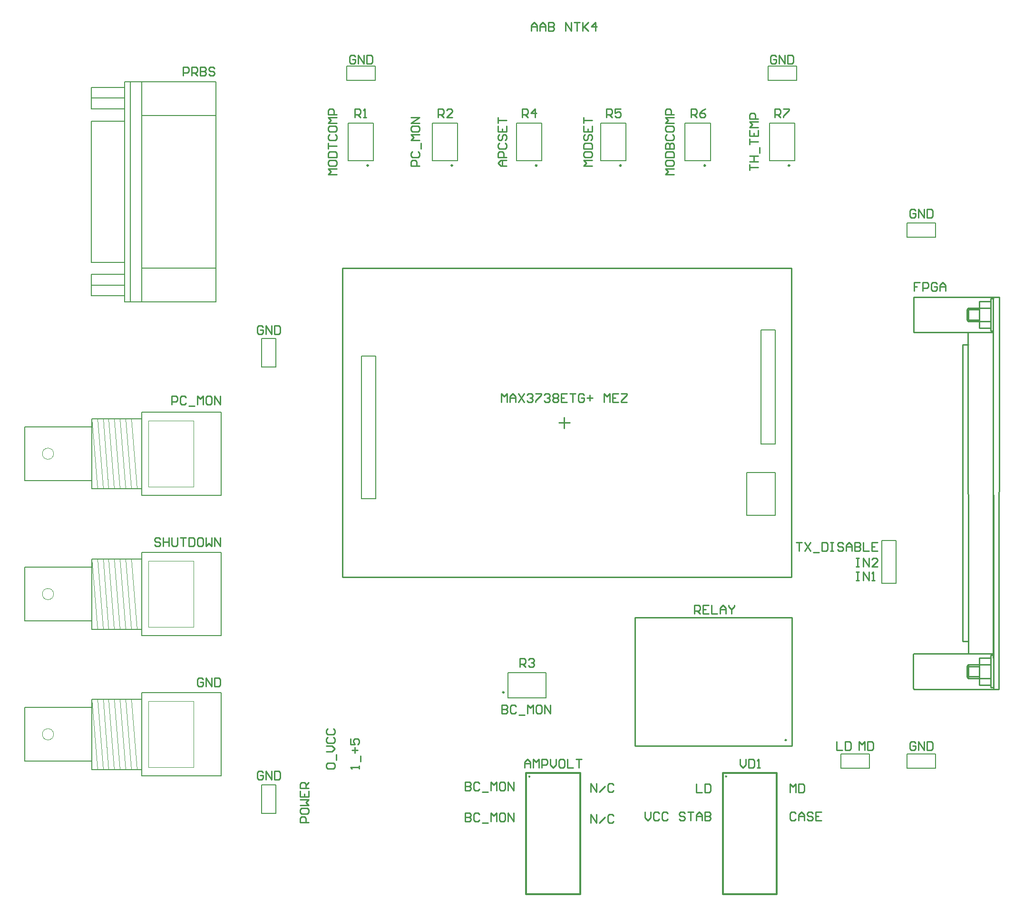
<source format=gto>
G04*
G04 #@! TF.GenerationSoftware,Altium Limited,Altium Designer,18.0.9 (584)*
G04*
G04 Layer_Color=65535*
%FSLAX44Y44*%
%MOMM*%
G71*
G01*
G75*
%ADD10C,0.3000*%
%ADD11C,0.2540*%
%ADD12C,0.0250*%
%ADD13C,0.2000*%
%ADD14C,0.1270*%
%ADD15C,0.0250*%
%ADD16C,0.2500*%
D10*
X1151000Y1208400D02*
G03*
X1151000Y1208400I-1000J0D01*
G01*
X1001000D02*
G03*
X1001000Y1208400I-1000J0D01*
G01*
X642600Y270000D02*
G03*
X642600Y270000I-1000J0D01*
G01*
X851000Y1208400D02*
G03*
X851000Y1208400I-1000J0D01*
G01*
X701000D02*
G03*
X701000Y1208400I-1000J0D01*
G01*
X551000D02*
G03*
X551000Y1208400I-1000J0D01*
G01*
X401000D02*
G03*
X401000Y1208400I-1000J0D01*
G01*
X1032380Y-89730D02*
Y126170D01*
X1128380Y-89730D02*
Y126170D01*
X1032380D02*
X1128380D01*
X1032380Y-89730D02*
X1128380D01*
X682380D02*
Y126170D01*
X778380Y-89730D02*
Y126170D01*
X682380D02*
X778380D01*
X682380Y-89730D02*
X778380D01*
D11*
X1143209Y184456D02*
G03*
X1143133Y184797I1093J422D01*
G01*
X1038834Y120288D02*
G03*
X1038834Y120288I-916J0D01*
G01*
X688834D02*
G03*
X688834Y120288I-916J0D01*
G01*
X740000Y749999D02*
X760000D01*
X750000Y739999D02*
Y759999D01*
X354848Y475447D02*
Y1025447D01*
X354848Y1025447D01*
X1154848D01*
Y475447D02*
Y1025447D01*
X354848Y475447D02*
X1154848D01*
X1155401Y174296D02*
Y402896D01*
X876001Y174296D02*
X1155401D01*
X876001D02*
Y402896D01*
X1155401D01*
X1382829Y1000235D02*
X1372672D01*
Y992617D01*
X1377750D01*
X1372672D01*
Y985000D01*
X1387907D02*
Y1000235D01*
X1395524D01*
X1398064Y997696D01*
Y992617D01*
X1395524Y990078D01*
X1387907D01*
X1413299Y997696D02*
X1410760Y1000235D01*
X1405681D01*
X1403142Y997696D01*
Y987539D01*
X1405681Y985000D01*
X1410760D01*
X1413299Y987539D01*
Y992617D01*
X1408220D01*
X1418377Y985000D02*
Y995157D01*
X1423455Y1000235D01*
X1428534Y995157D01*
Y985000D01*
Y992617D01*
X1418377D01*
X71750Y1368762D02*
Y1383997D01*
X79367D01*
X81907Y1381458D01*
Y1376380D01*
X79367Y1373841D01*
X71750D01*
X86985Y1368762D02*
Y1383997D01*
X94603D01*
X97142Y1381458D01*
Y1376380D01*
X94603Y1373841D01*
X86985D01*
X92063D02*
X97142Y1368762D01*
X102220Y1383997D02*
Y1368762D01*
X109838D01*
X112377Y1371302D01*
Y1373841D01*
X109838Y1376380D01*
X102220D01*
X109838D01*
X112377Y1378919D01*
Y1381458D01*
X109838Y1383997D01*
X102220D01*
X127612Y1381458D02*
X125073Y1383997D01*
X119994D01*
X117455Y1381458D01*
Y1378919D01*
X119994Y1376380D01*
X125073D01*
X127612Y1373841D01*
Y1371302D01*
X125073Y1368762D01*
X119994D01*
X117455Y1371302D01*
X1127240Y1402196D02*
X1124701Y1404735D01*
X1119622D01*
X1117083Y1402196D01*
Y1392039D01*
X1119622Y1389500D01*
X1124701D01*
X1127240Y1392039D01*
Y1397118D01*
X1122161D01*
X1132318Y1389500D02*
Y1404735D01*
X1142475Y1389500D01*
Y1404735D01*
X1147553D02*
Y1389500D01*
X1155171D01*
X1157710Y1392039D01*
Y1402196D01*
X1155171Y1404735D01*
X1147553D01*
X377740Y1402196D02*
X375201Y1404735D01*
X370122D01*
X367583Y1402196D01*
Y1392039D01*
X370122Y1389500D01*
X375201D01*
X377740Y1392039D01*
Y1397118D01*
X372662D01*
X382818Y1389500D02*
Y1404735D01*
X392975Y1389500D01*
Y1404735D01*
X398053D02*
Y1389500D01*
X405671D01*
X408210Y1392039D01*
Y1402196D01*
X405671Y1404735D01*
X398053D01*
X1375426Y179946D02*
X1372887Y182485D01*
X1367809D01*
X1365269Y179946D01*
Y169789D01*
X1367809Y167250D01*
X1372887D01*
X1375426Y169789D01*
Y174868D01*
X1370348D01*
X1380505Y167250D02*
Y182485D01*
X1390661Y167250D01*
Y182485D01*
X1395740D02*
Y167250D01*
X1403357D01*
X1405896Y169789D01*
Y179946D01*
X1403357Y182485D01*
X1395740D01*
X1375426Y1127696D02*
X1372887Y1130235D01*
X1367809D01*
X1365269Y1127696D01*
Y1117539D01*
X1367809Y1115000D01*
X1372887D01*
X1375426Y1117539D01*
Y1122618D01*
X1370348D01*
X1380505Y1115000D02*
Y1130235D01*
X1390661Y1115000D01*
Y1130235D01*
X1395740D02*
Y1115000D01*
X1403357D01*
X1405896Y1117539D01*
Y1127696D01*
X1403357Y1130235D01*
X1395740D01*
X213990Y920696D02*
X211451Y923235D01*
X206372D01*
X203833Y920696D01*
Y910539D01*
X206372Y908000D01*
X211451D01*
X213990Y910539D01*
Y915618D01*
X208911D01*
X219068Y908000D02*
Y923235D01*
X229225Y908000D01*
Y923235D01*
X234303D02*
Y908000D01*
X241921D01*
X244460Y910539D01*
Y920696D01*
X241921Y923235D01*
X234303D01*
X213990Y126946D02*
X211451Y129485D01*
X206372D01*
X203833Y126946D01*
Y116789D01*
X206372Y114250D01*
X211451D01*
X213990Y116789D01*
Y121868D01*
X208911D01*
X219068Y114250D02*
Y129485D01*
X229225Y114250D01*
Y129485D01*
X234303D02*
Y114250D01*
X241921D01*
X244460Y116789D01*
Y126946D01*
X241921Y129485D01*
X234303D01*
X1274910Y167250D02*
Y182485D01*
X1279989Y177407D01*
X1285067Y182485D01*
Y167250D01*
X1290146Y182485D02*
Y167250D01*
X1297763D01*
X1300302Y169789D01*
Y179946D01*
X1297763Y182485D01*
X1290146D01*
X1234910D02*
Y167250D01*
X1245067D01*
X1250145Y182485D02*
Y167250D01*
X1257763D01*
X1260302Y169789D01*
Y179946D01*
X1257763Y182485D01*
X1250145D01*
X1163000Y536735D02*
X1173157D01*
X1168078D01*
Y521500D01*
X1178235Y536735D02*
X1188392Y521500D01*
Y536735D02*
X1178235Y521500D01*
X1193470Y518961D02*
X1203627D01*
X1208705Y536735D02*
Y521500D01*
X1216323D01*
X1218862Y524039D01*
Y534196D01*
X1216323Y536735D01*
X1208705D01*
X1223940D02*
X1229019D01*
X1226479D01*
Y521500D01*
X1223940D01*
X1229019D01*
X1246793Y534196D02*
X1244254Y536735D01*
X1239175D01*
X1236636Y534196D01*
Y531657D01*
X1239175Y529118D01*
X1244254D01*
X1246793Y526578D01*
Y524039D01*
X1244254Y521500D01*
X1239175D01*
X1236636Y524039D01*
X1251871Y521500D02*
Y531657D01*
X1256950Y536735D01*
X1262028Y531657D01*
Y521500D01*
Y529118D01*
X1251871D01*
X1267106Y536735D02*
Y521500D01*
X1274724D01*
X1277263Y524039D01*
Y526578D01*
X1274724Y529118D01*
X1267106D01*
X1274724D01*
X1277263Y531657D01*
Y534196D01*
X1274724Y536735D01*
X1267106D01*
X1282341D02*
Y521500D01*
X1292498D01*
X1307733Y536735D02*
X1297576D01*
Y521500D01*
X1307733D01*
X1297576Y529118D02*
X1302655D01*
X1269645Y509216D02*
X1274724D01*
X1272185D01*
Y493980D01*
X1269645D01*
X1274724D01*
X1282341D02*
Y509216D01*
X1292498Y493980D01*
Y509216D01*
X1307733Y493980D02*
X1297576D01*
X1307733Y504137D01*
Y506676D01*
X1305194Y509216D01*
X1300116D01*
X1297576Y506676D01*
X1269645Y484235D02*
X1274724D01*
X1272185D01*
Y469000D01*
X1269645D01*
X1274724D01*
X1282341D02*
Y484235D01*
X1292498Y469000D01*
Y484235D01*
X1297576Y469000D02*
X1302655D01*
X1300116D01*
Y484235D01*
X1297576Y481696D01*
X691617Y1448000D02*
Y1458157D01*
X696695Y1463235D01*
X701774Y1458157D01*
Y1448000D01*
Y1455618D01*
X691617D01*
X706852Y1448000D02*
Y1458157D01*
X711930Y1463235D01*
X717009Y1458157D01*
Y1448000D01*
Y1455618D01*
X706852D01*
X722087Y1463235D02*
Y1448000D01*
X729705D01*
X732244Y1450539D01*
Y1453078D01*
X729705Y1455618D01*
X722087D01*
X729705D01*
X732244Y1458157D01*
Y1460696D01*
X729705Y1463235D01*
X722087D01*
X752557Y1448000D02*
Y1463235D01*
X762714Y1448000D01*
Y1463235D01*
X767792D02*
X777949D01*
X772870D01*
Y1448000D01*
X783027Y1463235D02*
Y1448000D01*
Y1453078D01*
X793184Y1463235D01*
X785566Y1455618D01*
X793184Y1448000D01*
X805880D02*
Y1463235D01*
X798262Y1455618D01*
X808419D01*
X106990Y292946D02*
X104451Y295485D01*
X99372D01*
X96833Y292946D01*
Y282789D01*
X99372Y280250D01*
X104451D01*
X106990Y282789D01*
Y287868D01*
X101911D01*
X112068Y280250D02*
Y295485D01*
X122225Y280250D01*
Y295485D01*
X127303D02*
Y280250D01*
X134921D01*
X137460Y282789D01*
Y292946D01*
X134921Y295485D01*
X127303D01*
X30814Y542696D02*
X28275Y545235D01*
X23197D01*
X20658Y542696D01*
Y540157D01*
X23197Y537617D01*
X28275D01*
X30814Y535078D01*
Y532539D01*
X28275Y530000D01*
X23197D01*
X20658Y532539D01*
X35893Y545235D02*
Y530000D01*
Y537617D01*
X46050D01*
Y545235D01*
Y530000D01*
X51128Y545235D02*
Y532539D01*
X53667Y530000D01*
X58745D01*
X61285Y532539D01*
Y545235D01*
X66363D02*
X76520D01*
X71441D01*
Y530000D01*
X81598Y545235D02*
Y530000D01*
X89216D01*
X91755Y532539D01*
Y542696D01*
X89216Y545235D01*
X81598D01*
X104451D02*
X99372D01*
X96833Y542696D01*
Y532539D01*
X99372Y530000D01*
X104451D01*
X106990Y532539D01*
Y542696D01*
X104451Y545235D01*
X112068D02*
Y530000D01*
X117147Y535078D01*
X122225Y530000D01*
Y545235D01*
X127303Y530000D02*
Y545235D01*
X137460Y530000D01*
Y545235D01*
X51128Y782500D02*
Y797735D01*
X58745D01*
X61285Y795196D01*
Y790117D01*
X58745Y787578D01*
X51128D01*
X76520Y795196D02*
X73980Y797735D01*
X68902D01*
X66363Y795196D01*
Y785039D01*
X68902Y782500D01*
X73980D01*
X76520Y785039D01*
X81598Y779961D02*
X91755D01*
X96833Y782500D02*
Y797735D01*
X101911Y792657D01*
X106990Y797735D01*
Y782500D01*
X119686Y797735D02*
X114607D01*
X112068Y795196D01*
Y785039D01*
X114607Y782500D01*
X119686D01*
X122225Y785039D01*
Y795196D01*
X119686Y797735D01*
X127303Y782500D02*
Y797735D01*
X137460Y782500D01*
Y797735D01*
X638500Y247235D02*
Y232000D01*
X646117D01*
X648657Y234539D01*
Y237078D01*
X646117Y239618D01*
X638500D01*
X646117D01*
X648657Y242157D01*
Y244696D01*
X646117Y247235D01*
X638500D01*
X663892Y244696D02*
X661353Y247235D01*
X656274D01*
X653735Y244696D01*
Y234539D01*
X656274Y232000D01*
X661353D01*
X663892Y234539D01*
X668970Y229461D02*
X679127D01*
X684205Y232000D02*
Y247235D01*
X689284Y242157D01*
X694362Y247235D01*
Y232000D01*
X707058Y247235D02*
X701980D01*
X699440Y244696D01*
Y234539D01*
X701980Y232000D01*
X707058D01*
X709597Y234539D01*
Y244696D01*
X707058Y247235D01*
X714675Y232000D02*
Y247235D01*
X724832Y232000D01*
Y247235D01*
X1079765Y1199616D02*
Y1209773D01*
Y1204695D01*
X1095000D01*
X1079765Y1214852D02*
X1095000D01*
X1087383D01*
Y1225008D01*
X1079765D01*
X1095000D01*
X1097539Y1230087D02*
Y1240243D01*
X1079765Y1245322D02*
Y1255478D01*
Y1250400D01*
X1095000D01*
X1079765Y1270713D02*
Y1260557D01*
X1095000D01*
Y1270713D01*
X1087383Y1260557D02*
Y1265635D01*
X1095000Y1275792D02*
X1079765D01*
X1084843Y1280870D01*
X1079765Y1285948D01*
X1095000D01*
Y1291027D02*
X1079765D01*
Y1298644D01*
X1082304Y1301184D01*
X1087383D01*
X1089922Y1298644D01*
Y1291027D01*
X945000Y1191999D02*
X929765D01*
X934843Y1197077D01*
X929765Y1202156D01*
X945000D01*
X929765Y1214852D02*
Y1209773D01*
X932304Y1207234D01*
X942461D01*
X945000Y1209773D01*
Y1214852D01*
X942461Y1217391D01*
X932304D01*
X929765Y1214852D01*
Y1222469D02*
X945000D01*
Y1230087D01*
X942461Y1232626D01*
X932304D01*
X929765Y1230087D01*
Y1222469D01*
Y1237704D02*
X945000D01*
Y1245322D01*
X942461Y1247861D01*
X939922D01*
X937383Y1245322D01*
Y1237704D01*
Y1245322D01*
X934843Y1247861D01*
X932304D01*
X929765Y1245322D01*
Y1237704D01*
X932304Y1263096D02*
X929765Y1260557D01*
Y1255478D01*
X932304Y1252939D01*
X942461D01*
X945000Y1255478D01*
Y1260557D01*
X942461Y1263096D01*
X929765Y1275792D02*
Y1270713D01*
X932304Y1268174D01*
X942461D01*
X945000Y1270713D01*
Y1275792D01*
X942461Y1278331D01*
X932304D01*
X929765Y1275792D01*
X945000Y1283409D02*
X929765D01*
X934843Y1288488D01*
X929765Y1293566D01*
X945000D01*
Y1298644D02*
X929765D01*
Y1306262D01*
X932304Y1308801D01*
X937383D01*
X939922Y1306262D01*
Y1298644D01*
X800000Y1207234D02*
X784765D01*
X789843Y1212312D01*
X784765Y1217391D01*
X800000D01*
X784765Y1230087D02*
Y1225008D01*
X787304Y1222469D01*
X797461D01*
X800000Y1225008D01*
Y1230087D01*
X797461Y1232626D01*
X787304D01*
X784765Y1230087D01*
Y1237704D02*
X800000D01*
Y1245322D01*
X797461Y1247861D01*
X787304D01*
X784765Y1245322D01*
Y1237704D01*
X787304Y1263096D02*
X784765Y1260557D01*
Y1255478D01*
X787304Y1252939D01*
X789843D01*
X792383Y1255478D01*
Y1260557D01*
X794922Y1263096D01*
X797461D01*
X800000Y1260557D01*
Y1255478D01*
X797461Y1252939D01*
X784765Y1278331D02*
Y1268174D01*
X800000D01*
Y1278331D01*
X792383Y1268174D02*
Y1273253D01*
X784765Y1283409D02*
Y1293566D01*
Y1288488D01*
X800000D01*
X647500Y1207234D02*
X637343D01*
X632265Y1212312D01*
X637343Y1217391D01*
X647500D01*
X639883D01*
Y1207234D01*
X647500Y1222469D02*
X632265D01*
Y1230087D01*
X634804Y1232626D01*
X639883D01*
X642422Y1230087D01*
Y1222469D01*
X634804Y1247861D02*
X632265Y1245322D01*
Y1240243D01*
X634804Y1237704D01*
X644961D01*
X647500Y1240243D01*
Y1245322D01*
X644961Y1247861D01*
X634804Y1263096D02*
X632265Y1260557D01*
Y1255478D01*
X634804Y1252939D01*
X637343D01*
X639883Y1255478D01*
Y1260557D01*
X642422Y1263096D01*
X644961D01*
X647500Y1260557D01*
Y1255478D01*
X644961Y1252939D01*
X632265Y1278331D02*
Y1268174D01*
X647500D01*
Y1278331D01*
X639883Y1268174D02*
Y1273253D01*
X632265Y1283409D02*
Y1293566D01*
Y1288488D01*
X647500D01*
X345000Y1191999D02*
X329765D01*
X334843Y1197077D01*
X329765Y1202156D01*
X345000D01*
X329765Y1214852D02*
Y1209773D01*
X332304Y1207234D01*
X342461D01*
X345000Y1209773D01*
Y1214852D01*
X342461Y1217391D01*
X332304D01*
X329765Y1214852D01*
Y1222469D02*
X345000D01*
Y1230087D01*
X342461Y1232626D01*
X332304D01*
X329765Y1230087D01*
Y1222469D01*
Y1237704D02*
Y1247861D01*
Y1242783D01*
X345000D01*
X332304Y1263096D02*
X329765Y1260557D01*
Y1255478D01*
X332304Y1252939D01*
X342461D01*
X345000Y1255478D01*
Y1260557D01*
X342461Y1263096D01*
X329765Y1275792D02*
Y1270713D01*
X332304Y1268174D01*
X342461D01*
X345000Y1270713D01*
Y1275792D01*
X342461Y1278331D01*
X332304D01*
X329765Y1275792D01*
X345000Y1283409D02*
X329765D01*
X334843Y1288488D01*
X329765Y1293566D01*
X345000D01*
Y1298644D02*
X329765D01*
Y1306262D01*
X332304Y1308801D01*
X337383D01*
X339922Y1306262D01*
Y1298644D01*
X492500Y1207234D02*
X477265D01*
Y1214852D01*
X479804Y1217391D01*
X484883D01*
X487422Y1214852D01*
Y1207234D01*
X479804Y1232626D02*
X477265Y1230087D01*
Y1225008D01*
X479804Y1222469D01*
X489961D01*
X492500Y1225008D01*
Y1230087D01*
X489961Y1232626D01*
X495039Y1237704D02*
Y1247861D01*
X492500Y1252939D02*
X477265D01*
X482343Y1258018D01*
X477265Y1263096D01*
X492500D01*
X477265Y1275792D02*
Y1270713D01*
X479804Y1268174D01*
X489961D01*
X492500Y1270713D01*
Y1275792D01*
X489961Y1278331D01*
X479804D01*
X477265Y1275792D01*
X492500Y1283409D02*
X477265D01*
X492500Y1293566D01*
X477265D01*
X384400Y134000D02*
Y139078D01*
Y136539D01*
X369165D01*
X371704Y134000D01*
X386939Y146696D02*
Y156853D01*
X376782Y161931D02*
Y172088D01*
X371704Y167009D02*
X381861D01*
X369165Y187323D02*
Y177166D01*
X376782D01*
X374243Y182244D01*
Y184784D01*
X376782Y187323D01*
X381861D01*
X384400Y184784D01*
Y179705D01*
X381861Y177166D01*
X328704Y134000D02*
X326165Y136539D01*
Y141617D01*
X328704Y144157D01*
X338861D01*
X341400Y141617D01*
Y136539D01*
X338861Y134000D01*
X328704D01*
X343939Y149235D02*
Y159392D01*
X326165Y164470D02*
X336322D01*
X341400Y169548D01*
X336322Y174627D01*
X326165D01*
X328704Y189862D02*
X326165Y187323D01*
Y182244D01*
X328704Y179705D01*
X338861D01*
X341400Y182244D01*
Y187323D01*
X338861Y189862D01*
X328704Y205097D02*
X326165Y202558D01*
Y197479D01*
X328704Y194940D01*
X338861D01*
X341400Y197479D01*
Y202558D01*
X338861Y205097D01*
X797000Y37461D02*
Y52696D01*
X807157Y37461D01*
Y52696D01*
X812235Y37461D02*
X822392Y47618D01*
X837627Y50157D02*
X835088Y52696D01*
X830009D01*
X827470Y50157D01*
Y40000D01*
X830009Y37461D01*
X835088D01*
X837627Y40000D01*
X797000Y92461D02*
Y107696D01*
X807157Y92461D01*
Y107696D01*
X812235Y92461D02*
X822392Y102618D01*
X837627Y105157D02*
X835088Y107696D01*
X830009D01*
X827470Y105157D01*
Y95000D01*
X830009Y92461D01*
X835088D01*
X837627Y95000D01*
X574000Y110235D02*
Y95000D01*
X581618D01*
X584157Y97539D01*
Y100078D01*
X581618Y102618D01*
X574000D01*
X581618D01*
X584157Y105157D01*
Y107696D01*
X581618Y110235D01*
X574000D01*
X599392Y107696D02*
X596853Y110235D01*
X591774D01*
X589235Y107696D01*
Y97539D01*
X591774Y95000D01*
X596853D01*
X599392Y97539D01*
X604470Y92461D02*
X614627D01*
X619705Y95000D02*
Y110235D01*
X624784Y105157D01*
X629862Y110235D01*
Y95000D01*
X642558Y110235D02*
X637480D01*
X634940Y107696D01*
Y97539D01*
X637480Y95000D01*
X642558D01*
X645097Y97539D01*
Y107696D01*
X642558Y110235D01*
X650175Y95000D02*
Y110235D01*
X660332Y95000D01*
Y110235D01*
X574000Y55235D02*
Y40000D01*
X581618D01*
X584157Y42539D01*
Y45078D01*
X581618Y47618D01*
X574000D01*
X581618D01*
X584157Y50157D01*
Y52696D01*
X581618Y55235D01*
X574000D01*
X599392Y52696D02*
X596853Y55235D01*
X591774D01*
X589235Y52696D01*
Y42539D01*
X591774Y40000D01*
X596853D01*
X599392Y42539D01*
X604470Y37461D02*
X614627D01*
X619705Y40000D02*
Y55235D01*
X624784Y50157D01*
X629862Y55235D01*
Y40000D01*
X642558Y55235D02*
X637480D01*
X634940Y52696D01*
Y42539D01*
X637480Y40000D01*
X642558D01*
X645097Y42539D01*
Y52696D01*
X642558Y55235D01*
X650175Y40000D02*
Y55235D01*
X660332Y40000D01*
Y55235D01*
X1162157Y54696D02*
X1159617Y57235D01*
X1154539D01*
X1152000Y54696D01*
Y44539D01*
X1154539Y42000D01*
X1159617D01*
X1162157Y44539D01*
X1167235Y42000D02*
Y52157D01*
X1172313Y57235D01*
X1177392Y52157D01*
Y42000D01*
Y49618D01*
X1167235D01*
X1192627Y54696D02*
X1190088Y57235D01*
X1185009D01*
X1182470Y54696D01*
Y52157D01*
X1185009Y49618D01*
X1190088D01*
X1192627Y47078D01*
Y44539D01*
X1190088Y42000D01*
X1185009D01*
X1182470Y44539D01*
X1207862Y57235D02*
X1197705D01*
Y42000D01*
X1207862D01*
X1197705Y49618D02*
X1202784D01*
X1152000Y92000D02*
Y107235D01*
X1157078Y102157D01*
X1162157Y107235D01*
Y92000D01*
X1167235Y107235D02*
Y92000D01*
X1174853D01*
X1177392Y94539D01*
Y104696D01*
X1174853Y107235D01*
X1167235D01*
X894000Y57235D02*
Y47078D01*
X899078Y42000D01*
X904157Y47078D01*
Y57235D01*
X919392Y54696D02*
X916853Y57235D01*
X911774D01*
X909235Y54696D01*
Y44539D01*
X911774Y42000D01*
X916853D01*
X919392Y44539D01*
X934627Y54696D02*
X932088Y57235D01*
X927009D01*
X924470Y54696D01*
Y44539D01*
X927009Y42000D01*
X932088D01*
X934627Y44539D01*
X965097Y54696D02*
X962558Y57235D01*
X957479D01*
X954940Y54696D01*
Y52157D01*
X957479Y49618D01*
X962558D01*
X965097Y47078D01*
Y44539D01*
X962558Y42000D01*
X957479D01*
X954940Y44539D01*
X970175Y57235D02*
X980332D01*
X975254D01*
Y42000D01*
X985410D02*
Y52157D01*
X990489Y57235D01*
X995567Y52157D01*
Y42000D01*
Y49618D01*
X985410D01*
X1000646Y57235D02*
Y42000D01*
X1008263D01*
X1010802Y44539D01*
Y47078D01*
X1008263Y49618D01*
X1000646D01*
X1008263D01*
X1010802Y52157D01*
Y54696D01*
X1008263Y57235D01*
X1000646D01*
X985410Y107235D02*
Y92000D01*
X995567D01*
X1000646Y107235D02*
Y92000D01*
X1008263D01*
X1010802Y94539D01*
Y104696D01*
X1008263Y107235D01*
X1000646D01*
X638294Y787044D02*
Y802279D01*
X643372Y797201D01*
X648451Y802279D01*
Y787044D01*
X653529D02*
Y797201D01*
X658607Y802279D01*
X663686Y797201D01*
Y787044D01*
Y794661D01*
X653529D01*
X668764Y802279D02*
X678921Y787044D01*
Y802279D02*
X668764Y787044D01*
X683999Y799740D02*
X686538Y802279D01*
X691617D01*
X694156Y799740D01*
Y797201D01*
X691617Y794661D01*
X689078D01*
X691617D01*
X694156Y792122D01*
Y789583D01*
X691617Y787044D01*
X686538D01*
X683999Y789583D01*
X699234Y802279D02*
X709391D01*
Y799740D01*
X699234Y789583D01*
Y787044D01*
X714469Y799740D02*
X717009Y802279D01*
X722087D01*
X724626Y799740D01*
Y797201D01*
X722087Y794661D01*
X719548D01*
X722087D01*
X724626Y792122D01*
Y789583D01*
X722087Y787044D01*
X717009D01*
X714469Y789583D01*
X729705Y799740D02*
X732244Y802279D01*
X737322D01*
X739861Y799740D01*
Y797201D01*
X737322Y794661D01*
X739861Y792122D01*
Y789583D01*
X737322Y787044D01*
X732244D01*
X729705Y789583D01*
Y792122D01*
X732244Y794661D01*
X729705Y797201D01*
Y799740D01*
X732244Y794661D02*
X737322D01*
X755096Y802279D02*
X744939D01*
Y787044D01*
X755096D01*
X744939Y794661D02*
X750018D01*
X760175Y802279D02*
X770331D01*
X765253D01*
Y787044D01*
X785566Y799740D02*
X783027Y802279D01*
X777949D01*
X775410Y799740D01*
Y789583D01*
X777949Y787044D01*
X783027D01*
X785566Y789583D01*
Y794661D01*
X780488D01*
X790645D02*
X800801D01*
X795723Y799740D02*
Y789583D01*
X821115Y787044D02*
Y802279D01*
X826193Y797201D01*
X831272Y802279D01*
Y787044D01*
X846507Y802279D02*
X836350D01*
Y787044D01*
X846507D01*
X836350Y794661D02*
X841428D01*
X851585Y802279D02*
X861742D01*
Y799740D01*
X851585Y789583D01*
Y787044D01*
X861742D01*
X982002Y410050D02*
Y425285D01*
X989620D01*
X992159Y422746D01*
Y417668D01*
X989620Y415128D01*
X982002D01*
X987080D02*
X992159Y410050D01*
X1007394Y425285D02*
X997237D01*
Y410050D01*
X1007394D01*
X997237Y417668D02*
X1002315D01*
X1012472Y425285D02*
Y410050D01*
X1022629D01*
X1027707D02*
Y420207D01*
X1032785Y425285D01*
X1037864Y420207D01*
Y410050D01*
Y417668D01*
X1027707D01*
X1042942Y425285D02*
Y422746D01*
X1048021Y417668D01*
X1053099Y422746D01*
Y425285D01*
X1048021Y417668D02*
Y410050D01*
X295324Y38520D02*
X280089D01*
Y46137D01*
X282628Y48677D01*
X287707D01*
X290246Y46137D01*
Y38520D01*
X280089Y61373D02*
Y56294D01*
X282628Y53755D01*
X292785D01*
X295324Y56294D01*
Y61373D01*
X292785Y63912D01*
X282628D01*
X280089Y61373D01*
Y68990D02*
X295324D01*
X290246Y74068D01*
X295324Y79147D01*
X280089D01*
Y94382D02*
Y84225D01*
X295324D01*
Y94382D01*
X287707Y84225D02*
Y89304D01*
X295324Y99460D02*
X280089D01*
Y107078D01*
X282628Y109617D01*
X287707D01*
X290246Y107078D01*
Y99460D01*
Y104539D02*
X295324Y109617D01*
X679450Y135890D02*
Y146047D01*
X684528Y151125D01*
X689607Y146047D01*
Y135890D01*
Y143507D01*
X679450D01*
X694685Y135890D02*
Y151125D01*
X699763Y146047D01*
X704842Y151125D01*
Y135890D01*
X709920D02*
Y151125D01*
X717538D01*
X720077Y148586D01*
Y143507D01*
X717538Y140968D01*
X709920D01*
X725155Y151125D02*
Y140968D01*
X730234Y135890D01*
X735312Y140968D01*
Y151125D01*
X748008D02*
X742930D01*
X740390Y148586D01*
Y138429D01*
X742930Y135890D01*
X748008D01*
X750547Y138429D01*
Y148586D01*
X748008Y151125D01*
X755625D02*
Y135890D01*
X765782D01*
X770860Y151125D02*
X781017D01*
X775939D01*
Y135890D01*
X1062973Y150636D02*
Y140479D01*
X1068051Y135401D01*
X1073130Y140479D01*
Y150636D01*
X1078208D02*
Y135401D01*
X1085826D01*
X1088365Y137940D01*
Y148097D01*
X1085826Y150636D01*
X1078208D01*
X1093443Y135401D02*
X1098522D01*
X1095982D01*
Y150636D01*
X1093443Y148097D01*
X1124821Y1294215D02*
Y1309450D01*
X1132439D01*
X1134978Y1306911D01*
Y1301833D01*
X1132439Y1299293D01*
X1124821D01*
X1129899D02*
X1134978Y1294215D01*
X1140056Y1309450D02*
X1150213D01*
Y1306911D01*
X1140056Y1296754D01*
Y1294215D01*
X975444D02*
Y1309450D01*
X983062D01*
X985601Y1306911D01*
Y1301833D01*
X983062Y1299293D01*
X975444D01*
X980522D02*
X985601Y1294215D01*
X1000836Y1309450D02*
X995757Y1306911D01*
X990679Y1301833D01*
Y1296754D01*
X993218Y1294215D01*
X998297D01*
X1000836Y1296754D01*
Y1299293D01*
X998297Y1301833D01*
X990679D01*
X824821Y1294215D02*
Y1309450D01*
X832439D01*
X834978Y1306911D01*
Y1301833D01*
X832439Y1299293D01*
X824821D01*
X829899D02*
X834978Y1294215D01*
X850213Y1309450D02*
X840056D01*
Y1301833D01*
X845135Y1304372D01*
X847674D01*
X850213Y1301833D01*
Y1296754D01*
X847674Y1294215D01*
X842595D01*
X840056Y1296754D01*
X675071Y1294215D02*
Y1309450D01*
X682689D01*
X685228Y1306911D01*
Y1301833D01*
X682689Y1299293D01*
X675071D01*
X680149D02*
X685228Y1294215D01*
X697924D02*
Y1309450D01*
X690306Y1301833D01*
X700463D01*
X671056Y315338D02*
Y330573D01*
X678673D01*
X681213Y328034D01*
Y322956D01*
X678673Y320416D01*
X671056D01*
X676134D02*
X681213Y315338D01*
X686291Y328034D02*
X688830Y330573D01*
X693908D01*
X696448Y328034D01*
Y325495D01*
X693908Y322956D01*
X691369D01*
X693908D01*
X696448Y320416D01*
Y317877D01*
X693908Y315338D01*
X688830D01*
X686291Y317877D01*
X525294Y1294215D02*
Y1309450D01*
X532911D01*
X535451Y1306911D01*
Y1301833D01*
X532911Y1299293D01*
X525294D01*
X530372D02*
X535451Y1294215D01*
X550686D02*
X540529D01*
X550686Y1304372D01*
Y1306911D01*
X548147Y1309450D01*
X543068D01*
X540529Y1306911D01*
X377321Y1294215D02*
Y1309450D01*
X384939D01*
X387478Y1306911D01*
Y1301833D01*
X384939Y1299293D01*
X377321D01*
X382399D02*
X387478Y1294215D01*
X392556D02*
X397635D01*
X395095D01*
Y1309450D01*
X392556Y1306911D01*
D12*
X-159000Y195250D02*
G03*
X-159000Y195250I-10000J0D01*
G01*
X-159000Y445000D02*
G03*
X-159000Y445000I-10000J0D01*
G01*
Y695000D02*
G03*
X-159000Y695000I-10000J0D01*
G01*
X10000Y136250D02*
Y254250D01*
X-21000Y257750D02*
X-11000Y132750D01*
X-31000Y257750D02*
X-21000Y132750D01*
X-41000Y257750D02*
X-31000Y132750D01*
X-51000Y257750D02*
X-41000Y132750D01*
X-61000Y257750D02*
X-51000Y132750D01*
X-71000Y257750D02*
X-61000Y132750D01*
X-81000Y257750D02*
X-71000Y132750D01*
X-91000Y257750D02*
X-81000Y132750D01*
X10000Y386000D02*
Y504000D01*
X-21000Y507500D02*
X-11000Y382500D01*
X-31000Y507500D02*
X-21000Y382500D01*
X-41000Y507500D02*
X-31000Y382500D01*
X-51000Y507500D02*
X-41000Y382500D01*
X-61000Y507500D02*
X-51000Y382500D01*
X-71000Y507500D02*
X-61000Y382500D01*
X-81000Y507500D02*
X-71000Y382500D01*
X-91000Y507500D02*
X-81000Y382500D01*
X-91000Y757500D02*
X-81000Y632500D01*
Y757500D02*
X-71000Y632500D01*
Y757500D02*
X-61000Y632500D01*
Y757500D02*
X-51000Y632500D01*
Y757500D02*
X-41000Y632500D01*
Y757500D02*
X-31000Y632500D01*
Y757500D02*
X-21000Y632500D01*
Y757500D02*
X-11000Y632500D01*
X10000Y636000D02*
Y754000D01*
D13*
X1112636Y1360398D02*
Y1385798D01*
X1163436D01*
Y1360398D02*
Y1385798D01*
X1112636Y1360398D02*
X1163436D01*
X362636D02*
Y1385798D01*
X413436D01*
Y1360398D02*
Y1385798D01*
X362636Y1360398D02*
X413436D01*
X211393Y899864D02*
X236793D01*
Y849064D02*
Y899864D01*
X211393Y849064D02*
X236793D01*
X211393D02*
Y899864D01*
X1360136Y1080391D02*
Y1105791D01*
X1410936D01*
Y1080391D02*
Y1105791D01*
X1360136Y1080391D02*
X1410936D01*
X211393Y104864D02*
X236793D01*
Y54064D02*
Y104864D01*
X211393Y54064D02*
X236793D01*
X211393D02*
Y104864D01*
X1360136Y134804D02*
Y160204D01*
X1410936D01*
Y134804D02*
Y160204D01*
X1360136Y134804D02*
X1410936D01*
X1125238Y585087D02*
Y661287D01*
X1074438Y585087D02*
X1125238D01*
X1074438D02*
Y661287D01*
X1125238D01*
X1099848Y712617D02*
Y915817D01*
Y712617D02*
X1125248D01*
Y915817D01*
X1099848D02*
X1125248D01*
X414518Y615277D02*
Y850227D01*
Y869277D01*
X389118D02*
X414518D01*
X389118Y615277D02*
Y869277D01*
Y615277D02*
X414518D01*
X1293099Y134804D02*
Y160204D01*
X1242299Y134804D02*
X1293099D01*
X1242299D02*
Y160204D01*
X1293099D01*
X-91631Y1287580D02*
X-32631D01*
X-91631Y1035580D02*
Y1287580D01*
Y1035580D02*
X-32631D01*
X-2151Y1297580D02*
X129929D01*
X-2151Y1025580D02*
X129929D01*
X-2151Y965580D02*
Y1357580D01*
X-22471Y965580D02*
Y1357580D01*
X-32631Y965580D02*
Y1357580D01*
X129929D01*
X-32631Y965580D02*
X129929D01*
Y1357580D01*
X-91631Y1328408D02*
Y1347408D01*
X-32631D01*
X-91631Y1309408D02*
X-32631D01*
X-91631D02*
Y1328408D01*
X-32631D01*
X-91631Y995160D02*
Y1014160D01*
X-32631D01*
X-91631Y976160D02*
X-32631D01*
X-91631D02*
Y995160D01*
X-32631D01*
X-91000Y147250D02*
Y243250D01*
X-2000Y132750D02*
Y257750D01*
Y269250D02*
X139000D01*
X-2000Y257750D02*
Y269250D01*
X-91000Y257750D02*
X-2000D01*
X-91000Y243250D02*
Y257750D01*
X-210000Y243250D02*
X-91000D01*
X-210000Y147250D02*
Y243250D01*
Y147250D02*
X-91000D01*
Y132750D02*
Y147250D01*
Y132750D02*
X-2000D01*
Y121250D02*
Y132750D01*
Y121250D02*
X139000D01*
Y269250D01*
X-91000Y397000D02*
Y493000D01*
X-2000Y382500D02*
Y507500D01*
Y519000D02*
X139000D01*
X-2000Y507500D02*
Y519000D01*
X-91000Y507500D02*
X-2000D01*
X-91000Y493000D02*
Y507500D01*
X-210000Y493000D02*
X-91000D01*
X-210000Y397000D02*
Y493000D01*
Y397000D02*
X-91000D01*
Y382500D02*
Y397000D01*
Y382500D02*
X-2000D01*
Y371000D02*
Y382500D01*
Y371000D02*
X139000D01*
Y519000D01*
X1340287Y464064D02*
Y540264D01*
X1314887D02*
X1340287D01*
X1314887Y464064D02*
Y540264D01*
Y464064D02*
X1340287D01*
X139000Y621000D02*
Y769000D01*
X-2000Y621000D02*
X139000D01*
X-2000D02*
Y632500D01*
X-91000D02*
X-2000D01*
X-91000D02*
Y647000D01*
X-210000D02*
X-91000D01*
X-210000D02*
Y743000D01*
X-91000D01*
Y757500D01*
X-2000D01*
Y769000D01*
X139000D01*
X-2000Y632500D02*
Y757500D01*
X-91000Y647000D02*
Y743000D01*
D14*
X1126450Y1216850D02*
X1148950D01*
X1115200Y1233625D02*
Y1267175D01*
Y1216850D02*
X1126450D01*
X1148950D02*
X1160200D01*
X1115200Y1267175D02*
Y1283950D01*
Y1216850D02*
Y1233625D01*
Y1283950D02*
X1160200D01*
Y1216850D02*
Y1283950D01*
X976450Y1216850D02*
X998950D01*
X965200Y1233625D02*
Y1267175D01*
Y1216850D02*
X976450D01*
X998950D02*
X1010200D01*
X965200Y1267175D02*
Y1283950D01*
Y1216850D02*
Y1233625D01*
Y1283950D02*
X1010200D01*
Y1216850D02*
Y1283950D01*
X650050Y271050D02*
Y293550D01*
X666825Y304800D02*
X700375D01*
X650050Y293550D02*
Y304800D01*
Y259800D02*
Y271050D01*
X700375Y304800D02*
X717150D01*
X650050D02*
X666825D01*
X717150Y259800D02*
Y304800D01*
X650050Y259800D02*
X717150D01*
X860200Y1216850D02*
Y1283950D01*
X815200D02*
X860200D01*
X815200Y1216850D02*
Y1233625D01*
Y1267175D02*
Y1283950D01*
X848950Y1216850D02*
X860200D01*
X815200D02*
X826450D01*
X815200Y1233625D02*
Y1267175D01*
X826450Y1216850D02*
X848950D01*
X710200D02*
Y1283950D01*
X665200D02*
X710200D01*
X665200Y1216850D02*
Y1233625D01*
Y1267175D02*
Y1283950D01*
X698950Y1216850D02*
X710200D01*
X665200D02*
X676450D01*
X665200Y1233625D02*
Y1267175D01*
X676450Y1216850D02*
X698950D01*
X560200D02*
Y1283950D01*
X515200D02*
X560200D01*
X515200Y1216850D02*
Y1233625D01*
Y1267175D02*
Y1283950D01*
X548950Y1216850D02*
X560200D01*
X515200D02*
X526450D01*
X515200Y1233625D02*
Y1267175D01*
X526450Y1216850D02*
X548950D01*
X410200D02*
Y1283950D01*
X365200D02*
X410200D01*
X365200Y1216850D02*
Y1233625D01*
Y1267175D02*
Y1283950D01*
X398950Y1216850D02*
X410200D01*
X365200D02*
X376450D01*
X365200Y1233625D02*
Y1267175D01*
X376450Y1216850D02*
X398950D01*
D15*
X-210000Y147250D02*
Y243250D01*
Y147250D02*
X-91000D01*
Y243250D01*
X-210000D02*
X-91000D01*
Y257750D01*
X-2000D01*
Y132750D02*
Y257750D01*
X-91000Y132750D02*
X-2000D01*
X-91000D02*
Y147250D01*
X-2000Y257750D02*
Y269250D01*
X139000D01*
Y121250D02*
Y269250D01*
X-2000Y121250D02*
X139000D01*
X-2000D02*
Y132750D01*
X10000Y136250D02*
X90000D01*
Y254250D01*
X10000D02*
X90000D01*
X-210000Y397000D02*
Y493000D01*
Y397000D02*
X-91000D01*
Y493000D01*
X-210000D02*
X-91000D01*
Y507500D01*
X-2000D01*
Y382500D02*
Y507500D01*
X-91000Y382500D02*
X-2000D01*
X-91000D02*
Y397000D01*
X-2000Y507500D02*
Y519000D01*
X139000D01*
Y371000D02*
Y519000D01*
X-2000Y371000D02*
X139000D01*
X-2000D02*
Y382500D01*
X10000Y386000D02*
X90000D01*
Y504000D01*
X10000D02*
X90000D01*
X10000Y754000D02*
X90000D01*
Y636000D02*
Y754000D01*
X10000Y636000D02*
X90000D01*
X-2000Y621000D02*
Y632500D01*
Y621000D02*
X139000D01*
Y769000D01*
X-2000D02*
X139000D01*
X-2000Y757500D02*
Y769000D01*
X-91000Y632500D02*
Y647000D01*
Y632500D02*
X-2000D01*
Y757500D01*
X-91000D02*
X-2000D01*
X-91000Y743000D02*
Y757500D01*
X-210000Y743000D02*
X-91000D01*
Y647000D02*
Y743000D01*
X-210000Y647000D02*
X-91000D01*
X-210000D02*
Y743000D01*
D16*
X1372470Y275756D02*
X1523756D01*
X1371382Y276844D02*
X1372470Y275756D01*
X1371382Y276844D02*
Y338058D01*
X1467168Y933164D02*
X1469708Y930624D01*
Y933418D02*
X1489012D01*
X1467168Y952214D02*
X1469708Y954754D01*
Y951706D02*
X1489012D01*
X1467168Y933164D02*
Y952214D01*
X1469708Y930624D02*
Y954754D01*
X1459386Y889492D02*
X1469006Y889486D01*
X1459386Y361172D02*
X1469326Y361136D01*
X1466868Y297854D02*
X1469408Y295314D01*
Y298108D02*
X1488712D01*
X1509332Y971518D02*
X1513996Y971426D01*
X1489012Y966438D02*
X1509332D01*
Y913860D02*
X1513416Y913796D01*
X1489012Y918686D02*
X1509332D01*
X1509032Y336208D02*
X1514112D01*
X1488712Y331128D02*
X1509032D01*
Y278550D02*
X1514112D01*
X1488712Y283376D02*
X1509032D01*
X1469708Y930624D02*
X1509332D01*
X1469708Y954754D02*
X1509332D01*
X1372172Y974058D02*
X1524246Y974136D01*
X1372172Y911066D02*
X1513616Y911086D01*
X1469408Y319444D02*
X1509032D01*
X1371872Y338748D02*
X1514112D01*
X1469408Y295314D02*
X1509032D01*
X1372172Y911066D02*
Y974058D01*
X1489012Y918686D02*
Y966438D01*
X1466868Y316904D02*
X1469408Y319444D01*
Y295314D02*
Y319444D01*
X1466868Y297854D02*
Y316904D01*
X1469408Y316396D02*
X1488712D01*
Y283376D02*
Y331128D01*
X1509332Y913860D02*
Y971518D01*
X1509032Y278550D02*
Y336208D01*
X1468936Y911276D02*
X1469326Y338856D01*
X1459386Y361172D02*
Y889492D01*
X1513742Y331708D02*
Y918956D01*
X1513806Y974136D02*
X1513896Y275756D01*
X1523956D02*
X1524056Y974136D01*
M02*

</source>
